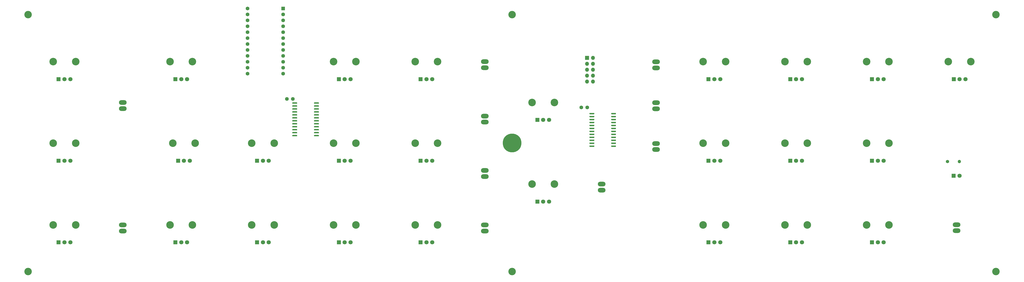
<source format=gbr>
%TF.GenerationSoftware,KiCad,Pcbnew,(5.1.7-0-10_14)*%
%TF.CreationDate,2020-11-07T09:55:29-03:00*%
%TF.ProjectId,MiniMood (tht),4d696e69-4d6f-46f6-9420-28746874292e,1*%
%TF.SameCoordinates,Original*%
%TF.FileFunction,Soldermask,Bot*%
%TF.FilePolarity,Negative*%
%FSLAX46Y46*%
G04 Gerber Fmt 4.6, Leading zero omitted, Abs format (unit mm)*
G04 Created by KiCad (PCBNEW (5.1.7-0-10_14)) date 2020-11-07 09:55:29*
%MOMM*%
%LPD*%
G01*
G04 APERTURE LIST*
%ADD10C,1.600000*%
%ADD11R,1.600000X1.600000*%
%ADD12O,3.300000X2.000000*%
%ADD13R,1.800000X1.800000*%
%ADD14C,1.800000*%
%ADD15C,3.240000*%
%ADD16C,3.200000*%
%ADD17C,8.000000*%
%ADD18R,1.700000X1.700000*%
%ADD19O,1.700000X1.700000*%
%ADD20C,1.400000*%
%ADD21O,1.400000X1.400000*%
G04 APERTURE END LIST*
D10*
%TO.C,U3*%
X117930000Y-21430000D03*
X117930000Y-23970000D03*
X117930000Y-26510000D03*
X117930000Y-29050000D03*
X117930000Y-31590000D03*
X117930000Y-34130000D03*
X117930000Y-36670000D03*
X117930000Y-39210000D03*
X117930000Y-41750000D03*
X117930000Y-44290000D03*
X117930000Y-46830000D03*
X117930000Y-49370000D03*
X133170000Y-49370000D03*
X133170000Y-46830000D03*
X133170000Y-44290000D03*
X133170000Y-41750000D03*
X133170000Y-39210000D03*
X133170000Y-36670000D03*
X133170000Y-34130000D03*
X133170000Y-31590000D03*
X133170000Y-29050000D03*
X133170000Y-26510000D03*
X133170000Y-23970000D03*
D11*
X133170000Y-21430000D03*
%TD*%
D12*
%TO.C,SW1*%
X64550000Y-64290000D03*
X64550000Y-61690000D03*
%TD*%
%TO.C,SW2*%
X64550000Y-116790000D03*
X64550000Y-114190000D03*
%TD*%
%TO.C,SW3*%
X219550000Y-46790000D03*
X219550000Y-44190000D03*
%TD*%
%TO.C,SW4*%
X219550000Y-70123333D03*
X219550000Y-67523333D03*
%TD*%
%TO.C,SW5*%
X219550000Y-93456666D03*
X219550000Y-90856666D03*
%TD*%
%TO.C,SW6*%
X219550000Y-116790000D03*
X219550000Y-114190000D03*
%TD*%
%TO.C,SW7*%
X269550000Y-99290000D03*
X269550000Y-96690000D03*
%TD*%
%TO.C,SW8*%
X292850000Y-46890000D03*
X292850000Y-44290000D03*
%TD*%
%TO.C,SW9*%
X292850000Y-64390000D03*
X292850000Y-61790000D03*
%TD*%
%TO.C,SW10*%
X292850000Y-81890000D03*
X292850000Y-79290000D03*
%TD*%
%TO.C,SW11*%
X421550000Y-116690000D03*
X421550000Y-114090000D03*
%TD*%
D13*
%TO.C,pot3*%
X37050000Y-121690000D03*
D14*
X39550000Y-121690000D03*
X42050000Y-121690000D03*
D15*
X44350000Y-114190000D03*
X34750000Y-114190000D03*
%TD*%
D13*
%TO.C,pot2*%
X37050000Y-86690000D03*
D14*
X39550000Y-86690000D03*
X42050000Y-86690000D03*
D15*
X44350000Y-79190000D03*
X34750000Y-79190000D03*
%TD*%
D13*
%TO.C,pot4*%
X87050000Y-51690000D03*
D14*
X89550000Y-51690000D03*
X92050000Y-51690000D03*
D15*
X94350000Y-44190000D03*
X84750000Y-44190000D03*
%TD*%
D13*
%TO.C,pot5*%
X88225001Y-86690000D03*
D14*
X90725001Y-86690000D03*
X93225001Y-86690000D03*
D15*
X95525001Y-79190000D03*
X85925001Y-79190000D03*
%TD*%
D13*
%TO.C,pot6*%
X87050000Y-121690000D03*
D14*
X89550000Y-121690000D03*
X92050000Y-121690000D03*
D15*
X94350000Y-114190000D03*
X84750000Y-114190000D03*
%TD*%
D13*
%TO.C,pot7*%
X122050000Y-86690000D03*
D14*
X124550000Y-86690000D03*
X127050000Y-86690000D03*
D15*
X129350000Y-79190000D03*
X119750000Y-79190000D03*
%TD*%
D13*
%TO.C,pot8*%
X122050000Y-121690000D03*
D14*
X124550000Y-121690000D03*
X127050000Y-121690000D03*
D15*
X129350000Y-114190000D03*
X119750000Y-114190000D03*
%TD*%
D13*
%TO.C,pot9*%
X157050000Y-51690000D03*
D14*
X159550000Y-51690000D03*
X162050000Y-51690000D03*
D15*
X164350000Y-44190000D03*
X154750000Y-44190000D03*
%TD*%
D13*
%TO.C,pot10*%
X157050000Y-86690000D03*
D14*
X159550000Y-86690000D03*
X162050000Y-86690000D03*
D15*
X164350000Y-79190000D03*
X154750000Y-79190000D03*
%TD*%
D13*
%TO.C,pot11*%
X157050000Y-121690000D03*
D14*
X159550000Y-121690000D03*
X162050000Y-121690000D03*
D15*
X164350000Y-114190000D03*
X154750000Y-114190000D03*
%TD*%
D13*
%TO.C,pot12*%
X192050000Y-51690000D03*
D14*
X194550000Y-51690000D03*
X197050000Y-51690000D03*
D15*
X199350000Y-44190000D03*
X189750000Y-44190000D03*
%TD*%
D13*
%TO.C,pot13*%
X192050000Y-86690000D03*
D14*
X194550000Y-86690000D03*
X197050000Y-86690000D03*
D15*
X199350000Y-79190000D03*
X189750000Y-79190000D03*
%TD*%
D13*
%TO.C,pot14*%
X192050000Y-121690000D03*
D14*
X194550000Y-121690000D03*
X197050000Y-121690000D03*
D15*
X199350000Y-114190000D03*
X189750000Y-114190000D03*
%TD*%
D13*
%TO.C,pot15*%
X242050000Y-69190000D03*
D14*
X244550000Y-69190000D03*
X247050000Y-69190000D03*
D15*
X249350000Y-61690000D03*
X239750000Y-61690000D03*
%TD*%
D13*
%TO.C,pot16*%
X242050000Y-104190000D03*
D14*
X244550000Y-104190000D03*
X247050000Y-104190000D03*
D15*
X249350000Y-96690000D03*
X239750000Y-96690000D03*
%TD*%
D13*
%TO.C,pot17*%
X315350000Y-51690000D03*
D14*
X317850000Y-51690000D03*
X320350000Y-51690000D03*
D15*
X322650000Y-44190000D03*
X313050000Y-44190000D03*
%TD*%
D13*
%TO.C,pot18*%
X315350000Y-86690000D03*
D14*
X317850000Y-86690000D03*
X320350000Y-86690000D03*
D15*
X322650000Y-79190000D03*
X313050000Y-79190000D03*
%TD*%
D13*
%TO.C,pot19*%
X315350000Y-121690000D03*
D14*
X317850000Y-121690000D03*
X320350000Y-121690000D03*
D15*
X322650000Y-114190000D03*
X313050000Y-114190000D03*
%TD*%
D13*
%TO.C,pot20*%
X350350000Y-51690000D03*
D14*
X352850000Y-51690000D03*
X355350000Y-51690000D03*
D15*
X357650000Y-44190000D03*
X348050000Y-44190000D03*
%TD*%
D13*
%TO.C,pot21*%
X350350000Y-86690000D03*
D14*
X352850000Y-86690000D03*
X355350000Y-86690000D03*
D15*
X357650000Y-79190000D03*
X348050000Y-79190000D03*
%TD*%
D13*
%TO.C,pot22*%
X350350000Y-121690000D03*
D14*
X352850000Y-121690000D03*
X355350000Y-121690000D03*
D15*
X357650000Y-114190000D03*
X348050000Y-114190000D03*
%TD*%
D13*
%TO.C,pot23*%
X385350000Y-51690000D03*
D14*
X387850000Y-51690000D03*
X390350000Y-51690000D03*
D15*
X392650000Y-44190000D03*
X383050000Y-44190000D03*
%TD*%
D13*
%TO.C,pot24*%
X385350000Y-86690000D03*
D14*
X387850000Y-86690000D03*
X390350000Y-86690000D03*
D15*
X392650000Y-79190000D03*
X383050000Y-79190000D03*
%TD*%
D13*
%TO.C,pot25*%
X385350000Y-121690000D03*
D14*
X387850000Y-121690000D03*
X390350000Y-121690000D03*
D15*
X392650000Y-114190000D03*
X383050000Y-114190000D03*
%TD*%
D13*
%TO.C,pot26*%
X420350000Y-51690000D03*
D14*
X422850000Y-51690000D03*
X425350000Y-51690000D03*
D15*
X427650000Y-44190000D03*
X418050000Y-44190000D03*
%TD*%
D13*
%TO.C,pot1*%
X37050000Y-51690000D03*
D14*
X39550000Y-51690000D03*
X42050000Y-51690000D03*
D15*
X44350000Y-44190000D03*
X34750000Y-44190000D03*
%TD*%
D16*
%TO.C,REF\u002A\u002A*%
X231200000Y-24000000D03*
%TD*%
%TO.C,REF\u002A\u002A*%
X231200000Y-134190000D03*
%TD*%
%TO.C,REF\u002A\u002A*%
X438420000Y-134190000D03*
%TD*%
%TO.C,REF\u002A\u002A*%
X23990000Y-134190000D03*
%TD*%
%TO.C,REF\u002A\u002A*%
X23990000Y-24000000D03*
%TD*%
%TO.C,REF\u002A\u002A*%
X438420000Y-24000000D03*
%TD*%
D17*
%TO.C,REF\u002A\u002A*%
X231200000Y-79090000D03*
%TD*%
D14*
%TO.C,D1*%
X422815000Y-93090000D03*
D13*
X420275000Y-93090000D03*
%TD*%
%TO.C,4067_1*%
G36*
G01*
X139175000Y-61805000D02*
X139175000Y-62105000D01*
G75*
G02*
X139025000Y-62255000I-150000J0D01*
G01*
X137275000Y-62255000D01*
G75*
G02*
X137125000Y-62105000I0J150000D01*
G01*
X137125000Y-61805000D01*
G75*
G02*
X137275000Y-61655000I150000J0D01*
G01*
X139025000Y-61655000D01*
G75*
G02*
X139175000Y-61805000I0J-150000D01*
G01*
G37*
G36*
G01*
X139175000Y-63075000D02*
X139175000Y-63375000D01*
G75*
G02*
X139025000Y-63525000I-150000J0D01*
G01*
X137275000Y-63525000D01*
G75*
G02*
X137125000Y-63375000I0J150000D01*
G01*
X137125000Y-63075000D01*
G75*
G02*
X137275000Y-62925000I150000J0D01*
G01*
X139025000Y-62925000D01*
G75*
G02*
X139175000Y-63075000I0J-150000D01*
G01*
G37*
G36*
G01*
X139175000Y-64345000D02*
X139175000Y-64645000D01*
G75*
G02*
X139025000Y-64795000I-150000J0D01*
G01*
X137275000Y-64795000D01*
G75*
G02*
X137125000Y-64645000I0J150000D01*
G01*
X137125000Y-64345000D01*
G75*
G02*
X137275000Y-64195000I150000J0D01*
G01*
X139025000Y-64195000D01*
G75*
G02*
X139175000Y-64345000I0J-150000D01*
G01*
G37*
G36*
G01*
X139175000Y-65615000D02*
X139175000Y-65915000D01*
G75*
G02*
X139025000Y-66065000I-150000J0D01*
G01*
X137275000Y-66065000D01*
G75*
G02*
X137125000Y-65915000I0J150000D01*
G01*
X137125000Y-65615000D01*
G75*
G02*
X137275000Y-65465000I150000J0D01*
G01*
X139025000Y-65465000D01*
G75*
G02*
X139175000Y-65615000I0J-150000D01*
G01*
G37*
G36*
G01*
X139175000Y-66885000D02*
X139175000Y-67185000D01*
G75*
G02*
X139025000Y-67335000I-150000J0D01*
G01*
X137275000Y-67335000D01*
G75*
G02*
X137125000Y-67185000I0J150000D01*
G01*
X137125000Y-66885000D01*
G75*
G02*
X137275000Y-66735000I150000J0D01*
G01*
X139025000Y-66735000D01*
G75*
G02*
X139175000Y-66885000I0J-150000D01*
G01*
G37*
G36*
G01*
X139175000Y-68155000D02*
X139175000Y-68455000D01*
G75*
G02*
X139025000Y-68605000I-150000J0D01*
G01*
X137275000Y-68605000D01*
G75*
G02*
X137125000Y-68455000I0J150000D01*
G01*
X137125000Y-68155000D01*
G75*
G02*
X137275000Y-68005000I150000J0D01*
G01*
X139025000Y-68005000D01*
G75*
G02*
X139175000Y-68155000I0J-150000D01*
G01*
G37*
G36*
G01*
X139175000Y-69425000D02*
X139175000Y-69725000D01*
G75*
G02*
X139025000Y-69875000I-150000J0D01*
G01*
X137275000Y-69875000D01*
G75*
G02*
X137125000Y-69725000I0J150000D01*
G01*
X137125000Y-69425000D01*
G75*
G02*
X137275000Y-69275000I150000J0D01*
G01*
X139025000Y-69275000D01*
G75*
G02*
X139175000Y-69425000I0J-150000D01*
G01*
G37*
G36*
G01*
X139175000Y-70695000D02*
X139175000Y-70995000D01*
G75*
G02*
X139025000Y-71145000I-150000J0D01*
G01*
X137275000Y-71145000D01*
G75*
G02*
X137125000Y-70995000I0J150000D01*
G01*
X137125000Y-70695000D01*
G75*
G02*
X137275000Y-70545000I150000J0D01*
G01*
X139025000Y-70545000D01*
G75*
G02*
X139175000Y-70695000I0J-150000D01*
G01*
G37*
G36*
G01*
X139175000Y-71965000D02*
X139175000Y-72265000D01*
G75*
G02*
X139025000Y-72415000I-150000J0D01*
G01*
X137275000Y-72415000D01*
G75*
G02*
X137125000Y-72265000I0J150000D01*
G01*
X137125000Y-71965000D01*
G75*
G02*
X137275000Y-71815000I150000J0D01*
G01*
X139025000Y-71815000D01*
G75*
G02*
X139175000Y-71965000I0J-150000D01*
G01*
G37*
G36*
G01*
X139175000Y-73235000D02*
X139175000Y-73535000D01*
G75*
G02*
X139025000Y-73685000I-150000J0D01*
G01*
X137275000Y-73685000D01*
G75*
G02*
X137125000Y-73535000I0J150000D01*
G01*
X137125000Y-73235000D01*
G75*
G02*
X137275000Y-73085000I150000J0D01*
G01*
X139025000Y-73085000D01*
G75*
G02*
X139175000Y-73235000I0J-150000D01*
G01*
G37*
G36*
G01*
X139175000Y-74505000D02*
X139175000Y-74805000D01*
G75*
G02*
X139025000Y-74955000I-150000J0D01*
G01*
X137275000Y-74955000D01*
G75*
G02*
X137125000Y-74805000I0J150000D01*
G01*
X137125000Y-74505000D01*
G75*
G02*
X137275000Y-74355000I150000J0D01*
G01*
X139025000Y-74355000D01*
G75*
G02*
X139175000Y-74505000I0J-150000D01*
G01*
G37*
G36*
G01*
X139175000Y-75775000D02*
X139175000Y-76075000D01*
G75*
G02*
X139025000Y-76225000I-150000J0D01*
G01*
X137275000Y-76225000D01*
G75*
G02*
X137125000Y-76075000I0J150000D01*
G01*
X137125000Y-75775000D01*
G75*
G02*
X137275000Y-75625000I150000J0D01*
G01*
X139025000Y-75625000D01*
G75*
G02*
X139175000Y-75775000I0J-150000D01*
G01*
G37*
G36*
G01*
X148475000Y-75775000D02*
X148475000Y-76075000D01*
G75*
G02*
X148325000Y-76225000I-150000J0D01*
G01*
X146575000Y-76225000D01*
G75*
G02*
X146425000Y-76075000I0J150000D01*
G01*
X146425000Y-75775000D01*
G75*
G02*
X146575000Y-75625000I150000J0D01*
G01*
X148325000Y-75625000D01*
G75*
G02*
X148475000Y-75775000I0J-150000D01*
G01*
G37*
G36*
G01*
X148475000Y-74505000D02*
X148475000Y-74805000D01*
G75*
G02*
X148325000Y-74955000I-150000J0D01*
G01*
X146575000Y-74955000D01*
G75*
G02*
X146425000Y-74805000I0J150000D01*
G01*
X146425000Y-74505000D01*
G75*
G02*
X146575000Y-74355000I150000J0D01*
G01*
X148325000Y-74355000D01*
G75*
G02*
X148475000Y-74505000I0J-150000D01*
G01*
G37*
G36*
G01*
X148475000Y-73235000D02*
X148475000Y-73535000D01*
G75*
G02*
X148325000Y-73685000I-150000J0D01*
G01*
X146575000Y-73685000D01*
G75*
G02*
X146425000Y-73535000I0J150000D01*
G01*
X146425000Y-73235000D01*
G75*
G02*
X146575000Y-73085000I150000J0D01*
G01*
X148325000Y-73085000D01*
G75*
G02*
X148475000Y-73235000I0J-150000D01*
G01*
G37*
G36*
G01*
X148475000Y-71965000D02*
X148475000Y-72265000D01*
G75*
G02*
X148325000Y-72415000I-150000J0D01*
G01*
X146575000Y-72415000D01*
G75*
G02*
X146425000Y-72265000I0J150000D01*
G01*
X146425000Y-71965000D01*
G75*
G02*
X146575000Y-71815000I150000J0D01*
G01*
X148325000Y-71815000D01*
G75*
G02*
X148475000Y-71965000I0J-150000D01*
G01*
G37*
G36*
G01*
X148475000Y-70695000D02*
X148475000Y-70995000D01*
G75*
G02*
X148325000Y-71145000I-150000J0D01*
G01*
X146575000Y-71145000D01*
G75*
G02*
X146425000Y-70995000I0J150000D01*
G01*
X146425000Y-70695000D01*
G75*
G02*
X146575000Y-70545000I150000J0D01*
G01*
X148325000Y-70545000D01*
G75*
G02*
X148475000Y-70695000I0J-150000D01*
G01*
G37*
G36*
G01*
X148475000Y-69425000D02*
X148475000Y-69725000D01*
G75*
G02*
X148325000Y-69875000I-150000J0D01*
G01*
X146575000Y-69875000D01*
G75*
G02*
X146425000Y-69725000I0J150000D01*
G01*
X146425000Y-69425000D01*
G75*
G02*
X146575000Y-69275000I150000J0D01*
G01*
X148325000Y-69275000D01*
G75*
G02*
X148475000Y-69425000I0J-150000D01*
G01*
G37*
G36*
G01*
X148475000Y-68155000D02*
X148475000Y-68455000D01*
G75*
G02*
X148325000Y-68605000I-150000J0D01*
G01*
X146575000Y-68605000D01*
G75*
G02*
X146425000Y-68455000I0J150000D01*
G01*
X146425000Y-68155000D01*
G75*
G02*
X146575000Y-68005000I150000J0D01*
G01*
X148325000Y-68005000D01*
G75*
G02*
X148475000Y-68155000I0J-150000D01*
G01*
G37*
G36*
G01*
X148475000Y-66885000D02*
X148475000Y-67185000D01*
G75*
G02*
X148325000Y-67335000I-150000J0D01*
G01*
X146575000Y-67335000D01*
G75*
G02*
X146425000Y-67185000I0J150000D01*
G01*
X146425000Y-66885000D01*
G75*
G02*
X146575000Y-66735000I150000J0D01*
G01*
X148325000Y-66735000D01*
G75*
G02*
X148475000Y-66885000I0J-150000D01*
G01*
G37*
G36*
G01*
X148475000Y-65615000D02*
X148475000Y-65915000D01*
G75*
G02*
X148325000Y-66065000I-150000J0D01*
G01*
X146575000Y-66065000D01*
G75*
G02*
X146425000Y-65915000I0J150000D01*
G01*
X146425000Y-65615000D01*
G75*
G02*
X146575000Y-65465000I150000J0D01*
G01*
X148325000Y-65465000D01*
G75*
G02*
X148475000Y-65615000I0J-150000D01*
G01*
G37*
G36*
G01*
X148475000Y-64345000D02*
X148475000Y-64645000D01*
G75*
G02*
X148325000Y-64795000I-150000J0D01*
G01*
X146575000Y-64795000D01*
G75*
G02*
X146425000Y-64645000I0J150000D01*
G01*
X146425000Y-64345000D01*
G75*
G02*
X146575000Y-64195000I150000J0D01*
G01*
X148325000Y-64195000D01*
G75*
G02*
X148475000Y-64345000I0J-150000D01*
G01*
G37*
G36*
G01*
X148475000Y-63075000D02*
X148475000Y-63375000D01*
G75*
G02*
X148325000Y-63525000I-150000J0D01*
G01*
X146575000Y-63525000D01*
G75*
G02*
X146425000Y-63375000I0J150000D01*
G01*
X146425000Y-63075000D01*
G75*
G02*
X146575000Y-62925000I150000J0D01*
G01*
X148325000Y-62925000D01*
G75*
G02*
X148475000Y-63075000I0J-150000D01*
G01*
G37*
G36*
G01*
X148475000Y-61805000D02*
X148475000Y-62105000D01*
G75*
G02*
X148325000Y-62255000I-150000J0D01*
G01*
X146575000Y-62255000D01*
G75*
G02*
X146425000Y-62105000I0J150000D01*
G01*
X146425000Y-61805000D01*
G75*
G02*
X146575000Y-61655000I150000J0D01*
G01*
X148325000Y-61655000D01*
G75*
G02*
X148475000Y-61805000I0J-150000D01*
G01*
G37*
%TD*%
%TO.C,4067_2*%
G36*
G01*
X266425000Y-66305000D02*
X266425000Y-66605000D01*
G75*
G02*
X266275000Y-66755000I-150000J0D01*
G01*
X264525000Y-66755000D01*
G75*
G02*
X264375000Y-66605000I0J150000D01*
G01*
X264375000Y-66305000D01*
G75*
G02*
X264525000Y-66155000I150000J0D01*
G01*
X266275000Y-66155000D01*
G75*
G02*
X266425000Y-66305000I0J-150000D01*
G01*
G37*
G36*
G01*
X266425000Y-67575000D02*
X266425000Y-67875000D01*
G75*
G02*
X266275000Y-68025000I-150000J0D01*
G01*
X264525000Y-68025000D01*
G75*
G02*
X264375000Y-67875000I0J150000D01*
G01*
X264375000Y-67575000D01*
G75*
G02*
X264525000Y-67425000I150000J0D01*
G01*
X266275000Y-67425000D01*
G75*
G02*
X266425000Y-67575000I0J-150000D01*
G01*
G37*
G36*
G01*
X266425000Y-68845000D02*
X266425000Y-69145000D01*
G75*
G02*
X266275000Y-69295000I-150000J0D01*
G01*
X264525000Y-69295000D01*
G75*
G02*
X264375000Y-69145000I0J150000D01*
G01*
X264375000Y-68845000D01*
G75*
G02*
X264525000Y-68695000I150000J0D01*
G01*
X266275000Y-68695000D01*
G75*
G02*
X266425000Y-68845000I0J-150000D01*
G01*
G37*
G36*
G01*
X266425000Y-70115000D02*
X266425000Y-70415000D01*
G75*
G02*
X266275000Y-70565000I-150000J0D01*
G01*
X264525000Y-70565000D01*
G75*
G02*
X264375000Y-70415000I0J150000D01*
G01*
X264375000Y-70115000D01*
G75*
G02*
X264525000Y-69965000I150000J0D01*
G01*
X266275000Y-69965000D01*
G75*
G02*
X266425000Y-70115000I0J-150000D01*
G01*
G37*
G36*
G01*
X266425000Y-71385000D02*
X266425000Y-71685000D01*
G75*
G02*
X266275000Y-71835000I-150000J0D01*
G01*
X264525000Y-71835000D01*
G75*
G02*
X264375000Y-71685000I0J150000D01*
G01*
X264375000Y-71385000D01*
G75*
G02*
X264525000Y-71235000I150000J0D01*
G01*
X266275000Y-71235000D01*
G75*
G02*
X266425000Y-71385000I0J-150000D01*
G01*
G37*
G36*
G01*
X266425000Y-72655000D02*
X266425000Y-72955000D01*
G75*
G02*
X266275000Y-73105000I-150000J0D01*
G01*
X264525000Y-73105000D01*
G75*
G02*
X264375000Y-72955000I0J150000D01*
G01*
X264375000Y-72655000D01*
G75*
G02*
X264525000Y-72505000I150000J0D01*
G01*
X266275000Y-72505000D01*
G75*
G02*
X266425000Y-72655000I0J-150000D01*
G01*
G37*
G36*
G01*
X266425000Y-73925000D02*
X266425000Y-74225000D01*
G75*
G02*
X266275000Y-74375000I-150000J0D01*
G01*
X264525000Y-74375000D01*
G75*
G02*
X264375000Y-74225000I0J150000D01*
G01*
X264375000Y-73925000D01*
G75*
G02*
X264525000Y-73775000I150000J0D01*
G01*
X266275000Y-73775000D01*
G75*
G02*
X266425000Y-73925000I0J-150000D01*
G01*
G37*
G36*
G01*
X266425000Y-75195000D02*
X266425000Y-75495000D01*
G75*
G02*
X266275000Y-75645000I-150000J0D01*
G01*
X264525000Y-75645000D01*
G75*
G02*
X264375000Y-75495000I0J150000D01*
G01*
X264375000Y-75195000D01*
G75*
G02*
X264525000Y-75045000I150000J0D01*
G01*
X266275000Y-75045000D01*
G75*
G02*
X266425000Y-75195000I0J-150000D01*
G01*
G37*
G36*
G01*
X266425000Y-76465000D02*
X266425000Y-76765000D01*
G75*
G02*
X266275000Y-76915000I-150000J0D01*
G01*
X264525000Y-76915000D01*
G75*
G02*
X264375000Y-76765000I0J150000D01*
G01*
X264375000Y-76465000D01*
G75*
G02*
X264525000Y-76315000I150000J0D01*
G01*
X266275000Y-76315000D01*
G75*
G02*
X266425000Y-76465000I0J-150000D01*
G01*
G37*
G36*
G01*
X266425000Y-77735000D02*
X266425000Y-78035000D01*
G75*
G02*
X266275000Y-78185000I-150000J0D01*
G01*
X264525000Y-78185000D01*
G75*
G02*
X264375000Y-78035000I0J150000D01*
G01*
X264375000Y-77735000D01*
G75*
G02*
X264525000Y-77585000I150000J0D01*
G01*
X266275000Y-77585000D01*
G75*
G02*
X266425000Y-77735000I0J-150000D01*
G01*
G37*
G36*
G01*
X266425000Y-79005000D02*
X266425000Y-79305000D01*
G75*
G02*
X266275000Y-79455000I-150000J0D01*
G01*
X264525000Y-79455000D01*
G75*
G02*
X264375000Y-79305000I0J150000D01*
G01*
X264375000Y-79005000D01*
G75*
G02*
X264525000Y-78855000I150000J0D01*
G01*
X266275000Y-78855000D01*
G75*
G02*
X266425000Y-79005000I0J-150000D01*
G01*
G37*
G36*
G01*
X266425000Y-80275000D02*
X266425000Y-80575000D01*
G75*
G02*
X266275000Y-80725000I-150000J0D01*
G01*
X264525000Y-80725000D01*
G75*
G02*
X264375000Y-80575000I0J150000D01*
G01*
X264375000Y-80275000D01*
G75*
G02*
X264525000Y-80125000I150000J0D01*
G01*
X266275000Y-80125000D01*
G75*
G02*
X266425000Y-80275000I0J-150000D01*
G01*
G37*
G36*
G01*
X275725000Y-80275000D02*
X275725000Y-80575000D01*
G75*
G02*
X275575000Y-80725000I-150000J0D01*
G01*
X273825000Y-80725000D01*
G75*
G02*
X273675000Y-80575000I0J150000D01*
G01*
X273675000Y-80275000D01*
G75*
G02*
X273825000Y-80125000I150000J0D01*
G01*
X275575000Y-80125000D01*
G75*
G02*
X275725000Y-80275000I0J-150000D01*
G01*
G37*
G36*
G01*
X275725000Y-79005000D02*
X275725000Y-79305000D01*
G75*
G02*
X275575000Y-79455000I-150000J0D01*
G01*
X273825000Y-79455000D01*
G75*
G02*
X273675000Y-79305000I0J150000D01*
G01*
X273675000Y-79005000D01*
G75*
G02*
X273825000Y-78855000I150000J0D01*
G01*
X275575000Y-78855000D01*
G75*
G02*
X275725000Y-79005000I0J-150000D01*
G01*
G37*
G36*
G01*
X275725000Y-77735000D02*
X275725000Y-78035000D01*
G75*
G02*
X275575000Y-78185000I-150000J0D01*
G01*
X273825000Y-78185000D01*
G75*
G02*
X273675000Y-78035000I0J150000D01*
G01*
X273675000Y-77735000D01*
G75*
G02*
X273825000Y-77585000I150000J0D01*
G01*
X275575000Y-77585000D01*
G75*
G02*
X275725000Y-77735000I0J-150000D01*
G01*
G37*
G36*
G01*
X275725000Y-76465000D02*
X275725000Y-76765000D01*
G75*
G02*
X275575000Y-76915000I-150000J0D01*
G01*
X273825000Y-76915000D01*
G75*
G02*
X273675000Y-76765000I0J150000D01*
G01*
X273675000Y-76465000D01*
G75*
G02*
X273825000Y-76315000I150000J0D01*
G01*
X275575000Y-76315000D01*
G75*
G02*
X275725000Y-76465000I0J-150000D01*
G01*
G37*
G36*
G01*
X275725000Y-75195000D02*
X275725000Y-75495000D01*
G75*
G02*
X275575000Y-75645000I-150000J0D01*
G01*
X273825000Y-75645000D01*
G75*
G02*
X273675000Y-75495000I0J150000D01*
G01*
X273675000Y-75195000D01*
G75*
G02*
X273825000Y-75045000I150000J0D01*
G01*
X275575000Y-75045000D01*
G75*
G02*
X275725000Y-75195000I0J-150000D01*
G01*
G37*
G36*
G01*
X275725000Y-73925000D02*
X275725000Y-74225000D01*
G75*
G02*
X275575000Y-74375000I-150000J0D01*
G01*
X273825000Y-74375000D01*
G75*
G02*
X273675000Y-74225000I0J150000D01*
G01*
X273675000Y-73925000D01*
G75*
G02*
X273825000Y-73775000I150000J0D01*
G01*
X275575000Y-73775000D01*
G75*
G02*
X275725000Y-73925000I0J-150000D01*
G01*
G37*
G36*
G01*
X275725000Y-72655000D02*
X275725000Y-72955000D01*
G75*
G02*
X275575000Y-73105000I-150000J0D01*
G01*
X273825000Y-73105000D01*
G75*
G02*
X273675000Y-72955000I0J150000D01*
G01*
X273675000Y-72655000D01*
G75*
G02*
X273825000Y-72505000I150000J0D01*
G01*
X275575000Y-72505000D01*
G75*
G02*
X275725000Y-72655000I0J-150000D01*
G01*
G37*
G36*
G01*
X275725000Y-71385000D02*
X275725000Y-71685000D01*
G75*
G02*
X275575000Y-71835000I-150000J0D01*
G01*
X273825000Y-71835000D01*
G75*
G02*
X273675000Y-71685000I0J150000D01*
G01*
X273675000Y-71385000D01*
G75*
G02*
X273825000Y-71235000I150000J0D01*
G01*
X275575000Y-71235000D01*
G75*
G02*
X275725000Y-71385000I0J-150000D01*
G01*
G37*
G36*
G01*
X275725000Y-70115000D02*
X275725000Y-70415000D01*
G75*
G02*
X275575000Y-70565000I-150000J0D01*
G01*
X273825000Y-70565000D01*
G75*
G02*
X273675000Y-70415000I0J150000D01*
G01*
X273675000Y-70115000D01*
G75*
G02*
X273825000Y-69965000I150000J0D01*
G01*
X275575000Y-69965000D01*
G75*
G02*
X275725000Y-70115000I0J-150000D01*
G01*
G37*
G36*
G01*
X275725000Y-68845000D02*
X275725000Y-69145000D01*
G75*
G02*
X275575000Y-69295000I-150000J0D01*
G01*
X273825000Y-69295000D01*
G75*
G02*
X273675000Y-69145000I0J150000D01*
G01*
X273675000Y-68845000D01*
G75*
G02*
X273825000Y-68695000I150000J0D01*
G01*
X275575000Y-68695000D01*
G75*
G02*
X275725000Y-68845000I0J-150000D01*
G01*
G37*
G36*
G01*
X275725000Y-67575000D02*
X275725000Y-67875000D01*
G75*
G02*
X275575000Y-68025000I-150000J0D01*
G01*
X273825000Y-68025000D01*
G75*
G02*
X273675000Y-67875000I0J150000D01*
G01*
X273675000Y-67575000D01*
G75*
G02*
X273825000Y-67425000I150000J0D01*
G01*
X275575000Y-67425000D01*
G75*
G02*
X275725000Y-67575000I0J-150000D01*
G01*
G37*
G36*
G01*
X275725000Y-66305000D02*
X275725000Y-66605000D01*
G75*
G02*
X275575000Y-66755000I-150000J0D01*
G01*
X273825000Y-66755000D01*
G75*
G02*
X273675000Y-66605000I0J150000D01*
G01*
X273675000Y-66305000D01*
G75*
G02*
X273825000Y-66155000I150000J0D01*
G01*
X275575000Y-66155000D01*
G75*
G02*
X275725000Y-66305000I0J-150000D01*
G01*
G37*
%TD*%
D18*
%TO.C,J1*%
X263350000Y-42590000D03*
D19*
X265890000Y-42590000D03*
X263350000Y-45130000D03*
X265890000Y-45130000D03*
X263350000Y-47670000D03*
X265890000Y-47670000D03*
X263350000Y-50210000D03*
X265890000Y-50210000D03*
X263350000Y-52750000D03*
X265890000Y-52750000D03*
%TD*%
D10*
%TO.C,C1*%
X137340000Y-60150000D03*
X134840000Y-60150000D03*
%TD*%
%TO.C,C2*%
X263385001Y-63835001D03*
X260885001Y-63835001D03*
%TD*%
D20*
%TO.C,R1*%
X417690000Y-87050000D03*
D21*
X422770000Y-87050000D03*
%TD*%
M02*

</source>
